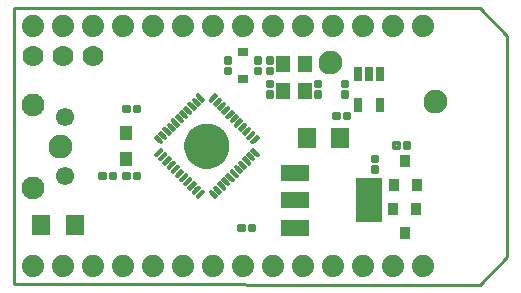
<source format=gbs>
G75*
G70*
%OFA0B0*%
%FSLAX24Y24*%
%IPPOS*%
%LPD*%
%AMOC8*
5,1,8,0,0,1.08239X$1,22.5*
%
%ADD10C,0.0100*%
%ADD11C,0.0145*%
%ADD12C,0.0500*%
%ADD13C,0.0434*%
%ADD14R,0.0434X0.0512*%
%ADD15R,0.0257X0.0512*%
%ADD16R,0.0350X0.0390*%
%ADD17R,0.0591X0.0670*%
%ADD18R,0.0453X0.0552*%
%ADD19C,0.1000*%
%ADD20C,0.0119*%
%ADD21R,0.0920X0.0520*%
%ADD22R,0.0906X0.1457*%
%ADD23R,0.0367X0.0288*%
%ADD24C,0.0740*%
%ADD25C,0.0700*%
%ADD26C,0.0610*%
%ADD27C,0.0760*%
D10*
X001820Y001850D02*
X017340Y001840D01*
X018270Y002770D01*
X018270Y010130D01*
X017350Y011050D01*
X001820Y011050D01*
X001820Y001850D01*
D11*
X004702Y005377D02*
X004848Y005377D01*
X004702Y005377D02*
X004702Y005523D01*
X004848Y005523D01*
X004848Y005377D01*
X004848Y005521D02*
X004702Y005521D01*
X005052Y005377D02*
X005198Y005377D01*
X005052Y005377D02*
X005052Y005523D01*
X005198Y005523D01*
X005198Y005377D01*
X005198Y005521D02*
X005052Y005521D01*
X005502Y005523D02*
X005648Y005523D01*
X005648Y005377D01*
X005502Y005377D01*
X005502Y005523D01*
X005502Y005521D02*
X005648Y005521D01*
X005852Y005523D02*
X005998Y005523D01*
X005998Y005377D01*
X005852Y005377D01*
X005852Y005523D01*
X005852Y005521D02*
X005998Y005521D01*
X005998Y007753D02*
X005852Y007753D01*
X005998Y007753D02*
X005998Y007607D01*
X005852Y007607D01*
X005852Y007753D01*
X005852Y007751D02*
X005998Y007751D01*
X005648Y007753D02*
X005502Y007753D01*
X005648Y007753D02*
X005648Y007607D01*
X005502Y007607D01*
X005502Y007753D01*
X005502Y007751D02*
X005648Y007751D01*
X009023Y008882D02*
X009023Y009028D01*
X009023Y008882D02*
X008877Y008882D01*
X008877Y009028D01*
X009023Y009028D01*
X009023Y009026D02*
X008877Y009026D01*
X009023Y009232D02*
X009023Y009378D01*
X009023Y009232D02*
X008877Y009232D01*
X008877Y009378D01*
X009023Y009378D01*
X009023Y009376D02*
X008877Y009376D01*
X010023Y009378D02*
X010023Y009232D01*
X009877Y009232D01*
X009877Y009378D01*
X010023Y009378D01*
X010023Y009376D02*
X009877Y009376D01*
X010023Y009028D02*
X010023Y008882D01*
X009877Y008882D01*
X009877Y009028D01*
X010023Y009028D01*
X010023Y009026D02*
X009877Y009026D01*
X010423Y009028D02*
X010423Y008882D01*
X010277Y008882D01*
X010277Y009028D01*
X010423Y009028D01*
X010423Y009026D02*
X010277Y009026D01*
X010423Y009232D02*
X010423Y009378D01*
X010423Y009232D02*
X010277Y009232D01*
X010277Y009378D01*
X010423Y009378D01*
X010423Y009376D02*
X010277Y009376D01*
X010277Y008598D02*
X010277Y008452D01*
X010277Y008598D02*
X010423Y008598D01*
X010423Y008452D01*
X010277Y008452D01*
X010277Y008596D02*
X010423Y008596D01*
X010277Y008248D02*
X010277Y008102D01*
X010277Y008248D02*
X010423Y008248D01*
X010423Y008102D01*
X010277Y008102D01*
X010277Y008246D02*
X010423Y008246D01*
X012023Y008248D02*
X012023Y008102D01*
X011877Y008102D01*
X011877Y008248D01*
X012023Y008248D01*
X012023Y008246D02*
X011877Y008246D01*
X012023Y008452D02*
X012023Y008598D01*
X012023Y008452D02*
X011877Y008452D01*
X011877Y008598D01*
X012023Y008598D01*
X012023Y008596D02*
X011877Y008596D01*
X012923Y008598D02*
X012923Y008452D01*
X012777Y008452D01*
X012777Y008598D01*
X012923Y008598D01*
X012923Y008596D02*
X012777Y008596D01*
X012923Y008248D02*
X012923Y008102D01*
X012777Y008102D01*
X012777Y008248D01*
X012923Y008248D01*
X012923Y008246D02*
X012777Y008246D01*
X012852Y007523D02*
X012998Y007523D01*
X012998Y007377D01*
X012852Y007377D01*
X012852Y007523D01*
X012852Y007521D02*
X012998Y007521D01*
X012648Y007523D02*
X012502Y007523D01*
X012648Y007523D02*
X012648Y007377D01*
X012502Y007377D01*
X012502Y007523D01*
X012502Y007521D02*
X012648Y007521D01*
X014502Y006397D02*
X014648Y006397D01*
X014502Y006397D02*
X014502Y006543D01*
X014648Y006543D01*
X014648Y006397D01*
X014648Y006541D02*
X014502Y006541D01*
X014852Y006397D02*
X014998Y006397D01*
X014852Y006397D02*
X014852Y006543D01*
X014998Y006543D01*
X014998Y006397D01*
X014998Y006541D02*
X014852Y006541D01*
X013923Y006098D02*
X013923Y005952D01*
X013777Y005952D01*
X013777Y006098D01*
X013923Y006098D01*
X013923Y006096D02*
X013777Y006096D01*
X013923Y005748D02*
X013923Y005602D01*
X013777Y005602D01*
X013777Y005748D01*
X013923Y005748D01*
X013923Y005746D02*
X013777Y005746D01*
X009828Y003647D02*
X009682Y003647D01*
X009682Y003793D01*
X009828Y003793D01*
X009828Y003647D01*
X009828Y003791D02*
X009682Y003791D01*
X009478Y003647D02*
X009332Y003647D01*
X009332Y003793D01*
X009478Y003793D01*
X009478Y003647D01*
X009478Y003791D02*
X009332Y003791D01*
D12*
X003208Y006450D02*
X003210Y006473D01*
X003216Y006496D01*
X003225Y006518D01*
X003238Y006537D01*
X003254Y006554D01*
X003272Y006569D01*
X003293Y006580D01*
X003315Y006588D01*
X003338Y006592D01*
X003362Y006592D01*
X003385Y006588D01*
X003407Y006580D01*
X003428Y006569D01*
X003446Y006554D01*
X003462Y006537D01*
X003475Y006518D01*
X003484Y006496D01*
X003490Y006473D01*
X003492Y006450D01*
X003490Y006427D01*
X003484Y006404D01*
X003475Y006382D01*
X003462Y006363D01*
X003446Y006346D01*
X003428Y006331D01*
X003407Y006320D01*
X003385Y006312D01*
X003362Y006308D01*
X003338Y006308D01*
X003315Y006312D01*
X003293Y006320D01*
X003272Y006331D01*
X003254Y006346D01*
X003238Y006363D01*
X003225Y006382D01*
X003216Y006404D01*
X003210Y006427D01*
X003208Y006450D01*
X012208Y009250D02*
X012210Y009273D01*
X012216Y009296D01*
X012225Y009318D01*
X012238Y009337D01*
X012254Y009354D01*
X012272Y009369D01*
X012293Y009380D01*
X012315Y009388D01*
X012338Y009392D01*
X012362Y009392D01*
X012385Y009388D01*
X012407Y009380D01*
X012428Y009369D01*
X012446Y009354D01*
X012462Y009337D01*
X012475Y009318D01*
X012484Y009296D01*
X012490Y009273D01*
X012492Y009250D01*
X012490Y009227D01*
X012484Y009204D01*
X012475Y009182D01*
X012462Y009163D01*
X012446Y009146D01*
X012428Y009131D01*
X012407Y009120D01*
X012385Y009112D01*
X012362Y009108D01*
X012338Y009108D01*
X012315Y009112D01*
X012293Y009120D01*
X012272Y009131D01*
X012254Y009146D01*
X012238Y009163D01*
X012225Y009182D01*
X012216Y009204D01*
X012210Y009227D01*
X012208Y009250D01*
X015708Y007950D02*
X015710Y007973D01*
X015716Y007996D01*
X015725Y008018D01*
X015738Y008037D01*
X015754Y008054D01*
X015772Y008069D01*
X015793Y008080D01*
X015815Y008088D01*
X015838Y008092D01*
X015862Y008092D01*
X015885Y008088D01*
X015907Y008080D01*
X015928Y008069D01*
X015946Y008054D01*
X015962Y008037D01*
X015975Y008018D01*
X015984Y007996D01*
X015990Y007973D01*
X015992Y007950D01*
X015990Y007927D01*
X015984Y007904D01*
X015975Y007882D01*
X015962Y007863D01*
X015946Y007846D01*
X015928Y007831D01*
X015907Y007820D01*
X015885Y007812D01*
X015862Y007808D01*
X015838Y007808D01*
X015815Y007812D01*
X015793Y007820D01*
X015772Y007831D01*
X015754Y007846D01*
X015738Y007863D01*
X015725Y007882D01*
X015716Y007904D01*
X015710Y007927D01*
X015708Y007950D01*
D13*
X015850Y007950D03*
X012350Y009250D03*
X003350Y006450D03*
D14*
X005550Y006017D03*
X005550Y006883D03*
D15*
X013276Y007838D03*
X014024Y007838D03*
X014024Y008862D03*
X013650Y008862D03*
X013276Y008862D03*
D16*
X014860Y005950D03*
X014480Y005150D03*
X015240Y005150D03*
X015220Y004350D03*
X014460Y004350D03*
X014840Y003550D03*
D17*
X012681Y006730D03*
X011579Y006730D03*
X003841Y003810D03*
X002739Y003810D03*
D18*
X010786Y008297D03*
X011514Y008297D03*
X011514Y009203D03*
X010786Y009203D03*
D19*
X008000Y006450D02*
X008002Y006481D01*
X008008Y006512D01*
X008018Y006542D01*
X008031Y006570D01*
X008048Y006597D01*
X008068Y006621D01*
X008091Y006643D01*
X008116Y006661D01*
X008144Y006676D01*
X008173Y006688D01*
X008203Y006696D01*
X008234Y006700D01*
X008266Y006700D01*
X008297Y006696D01*
X008327Y006688D01*
X008356Y006676D01*
X008384Y006661D01*
X008409Y006643D01*
X008432Y006621D01*
X008452Y006597D01*
X008469Y006570D01*
X008482Y006542D01*
X008492Y006512D01*
X008498Y006481D01*
X008500Y006450D01*
X008498Y006419D01*
X008492Y006388D01*
X008482Y006358D01*
X008469Y006330D01*
X008452Y006303D01*
X008432Y006279D01*
X008409Y006257D01*
X008384Y006239D01*
X008356Y006224D01*
X008327Y006212D01*
X008297Y006204D01*
X008266Y006200D01*
X008234Y006200D01*
X008203Y006204D01*
X008173Y006212D01*
X008144Y006224D01*
X008116Y006239D01*
X008091Y006257D01*
X008068Y006279D01*
X008048Y006303D01*
X008031Y006330D01*
X008018Y006358D01*
X008008Y006388D01*
X008002Y006419D01*
X008000Y006450D01*
D20*
X007264Y007137D02*
X007113Y007288D01*
X007134Y007309D01*
X007285Y007158D01*
X007264Y007137D01*
X007188Y007255D02*
X007146Y007255D01*
X007252Y007427D02*
X007403Y007276D01*
X007252Y007427D02*
X007273Y007448D01*
X007424Y007297D01*
X007403Y007276D01*
X007327Y007394D02*
X007285Y007394D01*
X007391Y007566D02*
X007542Y007415D01*
X007391Y007566D02*
X007412Y007587D01*
X007563Y007436D01*
X007542Y007415D01*
X007466Y007533D02*
X007424Y007533D01*
X007531Y007705D02*
X007682Y007554D01*
X007531Y007705D02*
X007552Y007726D01*
X007703Y007575D01*
X007682Y007554D01*
X007606Y007672D02*
X007564Y007672D01*
X007670Y007844D02*
X007821Y007693D01*
X007670Y007844D02*
X007691Y007865D01*
X007842Y007714D01*
X007821Y007693D01*
X007745Y007811D02*
X007703Y007811D01*
X007809Y007983D02*
X007960Y007832D01*
X007809Y007983D02*
X007830Y008004D01*
X007981Y007853D01*
X007960Y007832D01*
X007884Y007950D02*
X007842Y007950D01*
X007948Y008123D02*
X008099Y007972D01*
X007948Y008123D02*
X007969Y008144D01*
X008120Y007993D01*
X008099Y007972D01*
X008023Y008090D02*
X007981Y008090D01*
X008380Y007993D02*
X008531Y008144D01*
X008552Y008123D01*
X008401Y007972D01*
X008380Y007993D01*
X008477Y008090D02*
X008519Y008090D01*
X008670Y008004D02*
X008519Y007853D01*
X008670Y008004D02*
X008691Y007983D01*
X008540Y007832D01*
X008519Y007853D01*
X008616Y007950D02*
X008658Y007950D01*
X008809Y007865D02*
X008658Y007714D01*
X008809Y007865D02*
X008830Y007844D01*
X008679Y007693D01*
X008658Y007714D01*
X008755Y007811D02*
X008797Y007811D01*
X008948Y007726D02*
X008797Y007575D01*
X008948Y007726D02*
X008969Y007705D01*
X008818Y007554D01*
X008797Y007575D01*
X008894Y007672D02*
X008936Y007672D01*
X009088Y007587D02*
X008937Y007436D01*
X009088Y007587D02*
X009109Y007566D01*
X008958Y007415D01*
X008937Y007436D01*
X009034Y007533D02*
X009076Y007533D01*
X009227Y007448D02*
X009076Y007297D01*
X009227Y007448D02*
X009248Y007427D01*
X009097Y007276D01*
X009076Y007297D01*
X009173Y007394D02*
X009215Y007394D01*
X009366Y007309D02*
X009215Y007158D01*
X009366Y007309D02*
X009387Y007288D01*
X009236Y007137D01*
X009215Y007158D01*
X009312Y007255D02*
X009354Y007255D01*
X009505Y007169D02*
X009354Y007018D01*
X009505Y007169D02*
X009526Y007148D01*
X009375Y006997D01*
X009354Y007018D01*
X009451Y007115D02*
X009493Y007115D01*
X009644Y007030D02*
X009493Y006879D01*
X009644Y007030D02*
X009665Y007009D01*
X009514Y006858D01*
X009493Y006879D01*
X009590Y006976D02*
X009632Y006976D01*
X009784Y006891D02*
X009633Y006740D01*
X009784Y006891D02*
X009805Y006870D01*
X009654Y006719D01*
X009633Y006740D01*
X009730Y006837D02*
X009772Y006837D01*
X009923Y006752D02*
X009772Y006601D01*
X009923Y006752D02*
X009944Y006731D01*
X009793Y006580D01*
X009772Y006601D01*
X009869Y006698D02*
X009911Y006698D01*
X009793Y006320D02*
X009944Y006169D01*
X009923Y006148D01*
X009772Y006299D01*
X009793Y006320D01*
X009805Y006266D02*
X009847Y006266D01*
X009654Y006181D02*
X009805Y006030D01*
X009784Y006009D01*
X009633Y006160D01*
X009654Y006181D01*
X009666Y006127D02*
X009708Y006127D01*
X009514Y006042D02*
X009665Y005891D01*
X009644Y005870D01*
X009493Y006021D01*
X009514Y006042D01*
X009526Y005988D02*
X009568Y005988D01*
X009375Y005903D02*
X009526Y005752D01*
X009505Y005731D01*
X009354Y005882D01*
X009375Y005903D01*
X009387Y005849D02*
X009429Y005849D01*
X009236Y005763D02*
X009387Y005612D01*
X009366Y005591D01*
X009215Y005742D01*
X009236Y005763D01*
X009248Y005709D02*
X009290Y005709D01*
X009097Y005624D02*
X009248Y005473D01*
X009227Y005452D01*
X009076Y005603D01*
X009097Y005624D01*
X009109Y005570D02*
X009151Y005570D01*
X008958Y005485D02*
X009109Y005334D01*
X009088Y005313D01*
X008937Y005464D01*
X008958Y005485D01*
X008970Y005431D02*
X009012Y005431D01*
X008818Y005346D02*
X008969Y005195D01*
X008948Y005174D01*
X008797Y005325D01*
X008818Y005346D01*
X008830Y005292D02*
X008872Y005292D01*
X008679Y005207D02*
X008830Y005056D01*
X008809Y005035D01*
X008658Y005186D01*
X008679Y005207D01*
X008691Y005153D02*
X008733Y005153D01*
X008540Y005067D02*
X008691Y004916D01*
X008670Y004895D01*
X008519Y005046D01*
X008540Y005067D01*
X008552Y005013D02*
X008594Y005013D01*
X008401Y004928D02*
X008552Y004777D01*
X008531Y004756D01*
X008380Y004907D01*
X008401Y004928D01*
X008413Y004874D02*
X008455Y004874D01*
X008120Y004907D02*
X007969Y004756D01*
X007948Y004777D01*
X008099Y004928D01*
X008120Y004907D01*
X008087Y004874D02*
X008045Y004874D01*
X007981Y005046D02*
X007830Y004895D01*
X007809Y004916D01*
X007960Y005067D01*
X007981Y005046D01*
X007948Y005013D02*
X007906Y005013D01*
X007842Y005186D02*
X007691Y005035D01*
X007670Y005056D01*
X007821Y005207D01*
X007842Y005186D01*
X007809Y005153D02*
X007767Y005153D01*
X007703Y005325D02*
X007552Y005174D01*
X007531Y005195D01*
X007682Y005346D01*
X007703Y005325D01*
X007670Y005292D02*
X007628Y005292D01*
X007563Y005464D02*
X007412Y005313D01*
X007391Y005334D01*
X007542Y005485D01*
X007563Y005464D01*
X007530Y005431D02*
X007488Y005431D01*
X007424Y005603D02*
X007273Y005452D01*
X007252Y005473D01*
X007403Y005624D01*
X007424Y005603D01*
X007391Y005570D02*
X007349Y005570D01*
X007285Y005742D02*
X007134Y005591D01*
X007113Y005612D01*
X007264Y005763D01*
X007285Y005742D01*
X007252Y005709D02*
X007210Y005709D01*
X007146Y005882D02*
X006995Y005731D01*
X006974Y005752D01*
X007125Y005903D01*
X007146Y005882D01*
X007113Y005849D02*
X007071Y005849D01*
X007007Y006021D02*
X006856Y005870D01*
X006835Y005891D01*
X006986Y006042D01*
X007007Y006021D01*
X006974Y005988D02*
X006932Y005988D01*
X006868Y006160D02*
X006717Y006009D01*
X006696Y006030D01*
X006847Y006181D01*
X006868Y006160D01*
X006835Y006127D02*
X006793Y006127D01*
X006728Y006299D02*
X006577Y006148D01*
X006556Y006169D01*
X006707Y006320D01*
X006728Y006299D01*
X006695Y006266D02*
X006653Y006266D01*
X006707Y006580D02*
X006556Y006731D01*
X006577Y006752D01*
X006728Y006601D01*
X006707Y006580D01*
X006631Y006698D02*
X006589Y006698D01*
X006696Y006870D02*
X006847Y006719D01*
X006696Y006870D02*
X006717Y006891D01*
X006868Y006740D01*
X006847Y006719D01*
X006771Y006837D02*
X006729Y006837D01*
X006835Y007009D02*
X006986Y006858D01*
X006835Y007009D02*
X006856Y007030D01*
X007007Y006879D01*
X006986Y006858D01*
X006910Y006976D02*
X006868Y006976D01*
X006974Y007148D02*
X007125Y006997D01*
X006974Y007148D02*
X006995Y007169D01*
X007146Y007018D01*
X007125Y006997D01*
X007049Y007115D02*
X007007Y007115D01*
D21*
X011200Y005560D03*
X011200Y004650D03*
X011200Y003740D03*
D22*
X013640Y004650D03*
D23*
X009450Y008677D03*
X009450Y009583D03*
D24*
X009450Y010450D03*
X008450Y010450D03*
X007450Y010450D03*
X006450Y010450D03*
X005450Y010450D03*
X004450Y010450D03*
X003450Y010450D03*
X002450Y010450D03*
X010450Y010450D03*
X011450Y010450D03*
X012450Y010450D03*
X013450Y010450D03*
X014450Y010450D03*
X015450Y010450D03*
X015450Y002450D03*
X014450Y002450D03*
X013450Y002450D03*
X012450Y002450D03*
X011450Y002450D03*
X010450Y002450D03*
X009450Y002450D03*
X008450Y002450D03*
X007450Y002450D03*
X006450Y002450D03*
X005450Y002450D03*
X004450Y002450D03*
X003450Y002450D03*
X002450Y002450D03*
D25*
X002450Y009450D03*
X003450Y009450D03*
X004450Y009450D03*
D26*
X003510Y007430D03*
X003510Y005470D03*
D27*
X002450Y005070D03*
X002450Y007830D03*
M02*

</source>
